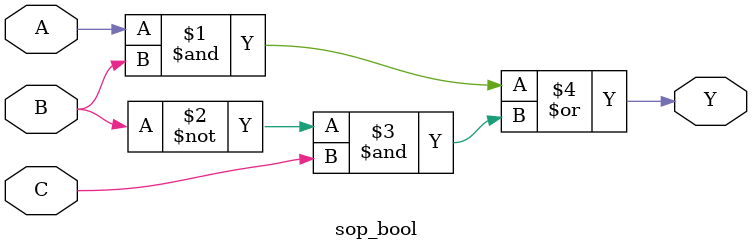
<source format=sv>
module sop_bool(input logic A, B, C,
                output logic Y);

    // implementation with boolean equation for the circuit
    
    assign Y = (A & B) | (~B & C);

endmodule
</source>
